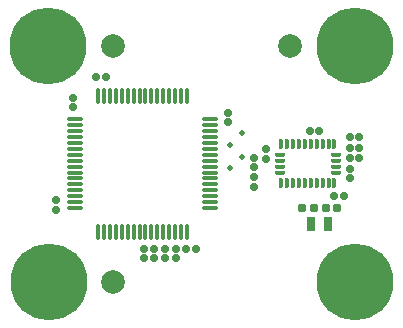
<source format=gbr>
%TF.GenerationSoftware,KiCad,Pcbnew,8.0.8+1*%
%TF.CreationDate,Date%
%TF.ProjectId,KiBot_Project_Test,4b69426f-745f-4507-926f-6a6563745f54,1.0.0*%
%TF.SameCoordinates,Original*%
%TF.FileFunction,Soldermask,Top*%
%TF.FilePolarity,Negative*%
%FSLAX46Y46*%
G04 Gerber Fmt 4.6, Leading zero omitted, Abs format (unit mm)*
G04 Created by KiCad*
%MOMM*%
%LPD*%
G01*
G04 APERTURE LIST*
G04 Aperture macros list*
%AMRoundRect*
0 Rectangle with rounded corners*
0 $1 Rounding radius*
0 $2 $3 $4 $5 $6 $7 $8 $9 X,Y pos of 4 corners*
0 Add a 4 corners polygon primitive as box body*
4,1,4,$2,$3,$4,$5,$6,$7,$8,$9,$2,$3,0*
0 Add four circle primitives for the rounded corners*
1,1,$1+$1,$2,$3*
1,1,$1+$1,$4,$5*
1,1,$1+$1,$6,$7*
1,1,$1+$1,$8,$9*
0 Add four rect primitives between the rounded corners*
20,1,$1+$1,$2,$3,$4,$5,0*
20,1,$1+$1,$4,$5,$6,$7,0*
20,1,$1+$1,$6,$7,$8,$9,0*
20,1,$1+$1,$8,$9,$2,$3,0*%
G04 Aperture macros list end*
%ADD10RoundRect,0.162500X-0.162500X-0.162500X0.162500X-0.162500X0.162500X0.162500X-0.162500X0.162500X0*%
%ADD11RoundRect,0.165000X0.165000X0.195000X-0.165000X0.195000X-0.165000X-0.195000X0.165000X-0.195000X0*%
%ADD12RoundRect,0.050000X0.127000X0.337500X-0.127000X0.337500X-0.127000X-0.337500X0.127000X-0.337500X0*%
%ADD13RoundRect,0.050000X-0.337500X0.127000X-0.337500X-0.127000X0.337500X-0.127000X0.337500X0.127000X0*%
%ADD14RoundRect,0.155000X-0.155000X0.155000X-0.155000X-0.155000X0.155000X-0.155000X0.155000X0.155000X0*%
%ADD15RoundRect,0.165000X-0.165000X-0.195000X0.165000X-0.195000X0.165000X0.195000X-0.165000X0.195000X0*%
%ADD16RoundRect,0.162500X0.162500X-0.162500X0.162500X0.162500X-0.162500X0.162500X-0.162500X-0.162500X0*%
%ADD17RoundRect,0.155000X0.155000X-0.155000X0.155000X0.155000X-0.155000X0.155000X-0.155000X-0.155000X0*%
%ADD18C,2.000000*%
%ADD19RoundRect,0.095000X-0.555000X-0.095000X0.555000X-0.095000X0.555000X0.095000X-0.555000X0.095000X0*%
%ADD20RoundRect,0.095000X-0.095000X-0.555000X0.095000X-0.555000X0.095000X0.555000X-0.095000X0.555000X0*%
%ADD21RoundRect,0.155000X0.155000X0.155000X-0.155000X0.155000X-0.155000X-0.155000X0.155000X-0.155000X0*%
%ADD22C,0.499800*%
%ADD23RoundRect,0.162500X-0.162500X0.162500X-0.162500X-0.162500X0.162500X-0.162500X0.162500X0.162500X0*%
%ADD24RoundRect,0.050000X0.300000X0.550000X-0.300000X0.550000X-0.300000X-0.550000X0.300000X-0.550000X0*%
%ADD25C,6.500000*%
%ADD26RoundRect,0.155000X-0.155000X-0.155000X0.155000X-0.155000X0.155000X0.155000X-0.155000X0.155000X0*%
%ADD27RoundRect,0.162500X0.162500X0.162500X-0.162500X0.162500X-0.162500X-0.162500X0.162500X-0.162500X0*%
G04 APERTURE END LIST*
D10*
%TO.C,R5*%
X161045000Y-86995000D03*
X161845000Y-86995000D03*
%TD*%
D11*
%TO.C,C12*%
X157980000Y-92995000D03*
X157020000Y-92995000D03*
%TD*%
D12*
%TO.C,U3*%
X159750000Y-90912500D03*
D13*
X159887500Y-90000001D03*
X159887500Y-89500000D03*
X159887500Y-89000000D03*
X159887500Y-88499999D03*
D12*
X159750000Y-87587500D03*
X159250000Y-87587500D03*
X158750000Y-87587499D03*
X158250000Y-87587500D03*
X157750000Y-87587500D03*
X157250000Y-87587500D03*
X156750000Y-87587500D03*
X156250000Y-87587499D03*
X155750000Y-87587500D03*
X155250000Y-87587500D03*
D13*
X155112500Y-88499999D03*
X155112500Y-89000000D03*
X155112500Y-89500000D03*
X155112500Y-90000001D03*
D12*
X155250000Y-90912500D03*
X155750000Y-90912500D03*
X156250000Y-90912501D03*
X156750000Y-90912500D03*
X157250000Y-90912500D03*
X157750000Y-90912500D03*
X158250000Y-90912500D03*
X158750000Y-90912501D03*
X159250000Y-90912500D03*
%TD*%
D14*
%TO.C,C4*%
X146300000Y-96450000D03*
X146300000Y-97250000D03*
%TD*%
D15*
%TO.C,C13*%
X159020000Y-92995000D03*
X159980000Y-92995000D03*
%TD*%
D10*
%TO.C,R4*%
X161045000Y-87895000D03*
X161845000Y-87895000D03*
%TD*%
D14*
%TO.C,C3*%
X150700000Y-84950000D03*
X150700000Y-85750000D03*
%TD*%
%TO.C,C5*%
X143600000Y-96450000D03*
X143600000Y-97250000D03*
%TD*%
D16*
%TO.C,R3*%
X154000000Y-88850000D03*
X154000000Y-88050000D03*
%TD*%
D17*
%TO.C,C7*%
X137600000Y-84450000D03*
X137600000Y-83650000D03*
%TD*%
%TO.C,C1*%
X136200000Y-93150000D03*
X136200000Y-92350000D03*
%TD*%
D14*
%TO.C,C19*%
X161045000Y-89695001D03*
X161045000Y-90495001D03*
%TD*%
D18*
%TO.C,FD3*%
X141000000Y-99250000D03*
%TD*%
D16*
%TO.C,R1*%
X152900000Y-89550000D03*
X152900000Y-88750000D03*
%TD*%
D19*
%TO.C,U1*%
X137750000Y-85500000D03*
X137750000Y-86000000D03*
X137750000Y-86500000D03*
X137750000Y-87000000D03*
X137750000Y-87500000D03*
X137750000Y-88000000D03*
X137750000Y-88500000D03*
X137750000Y-89000000D03*
X137750000Y-89500000D03*
X137750000Y-90000000D03*
X137750000Y-90500000D03*
X137750000Y-91000000D03*
X137750000Y-91500000D03*
X137750000Y-92000000D03*
X137750000Y-92500000D03*
X137750000Y-93000000D03*
D20*
X139750000Y-95000000D03*
X140250000Y-95000000D03*
X140750000Y-95000000D03*
X141250000Y-95000000D03*
X141750000Y-95000000D03*
X142250000Y-95000000D03*
X142750000Y-95000000D03*
X143250000Y-95000000D03*
X143750000Y-95000000D03*
X144250000Y-95000000D03*
X144750000Y-95000000D03*
X145250000Y-95000000D03*
X145750000Y-95000000D03*
X146250000Y-95000000D03*
X146750000Y-95000000D03*
X147250000Y-95000000D03*
D19*
X149250000Y-93000000D03*
X149250000Y-92500000D03*
X149250000Y-92000000D03*
X149250000Y-91500000D03*
X149250000Y-91000000D03*
X149250000Y-90500000D03*
X149250000Y-90000000D03*
X149250000Y-89500000D03*
X149250000Y-89000000D03*
X149250000Y-88500000D03*
X149250000Y-88000000D03*
X149250000Y-87500000D03*
X149250000Y-87000000D03*
X149250000Y-86500000D03*
X149250000Y-86000000D03*
X149250000Y-85500000D03*
D20*
X147250000Y-83500000D03*
X146750000Y-83500000D03*
X146250000Y-83500000D03*
X145750000Y-83500000D03*
X145250000Y-83500000D03*
X144750000Y-83500000D03*
X144250000Y-83500000D03*
X143750000Y-83500000D03*
X143250000Y-83500000D03*
X142750000Y-83500000D03*
X142250000Y-83500000D03*
X141750000Y-83500000D03*
X141250000Y-83500000D03*
X140750000Y-83500000D03*
X140250000Y-83500000D03*
X139750000Y-83500000D03*
%TD*%
D21*
%TO.C,C2*%
X148000000Y-96450000D03*
X147200000Y-96450000D03*
%TD*%
D22*
%TO.C,TP3*%
X150900000Y-89650000D03*
%TD*%
D23*
%TO.C,R2*%
X152900000Y-90400000D03*
X152900000Y-91200000D03*
%TD*%
D24*
%TO.C,Y1*%
X159200000Y-94400000D03*
X157800000Y-94400000D03*
%TD*%
D14*
%TO.C,C8*%
X145400000Y-96450000D03*
X145400000Y-97250000D03*
%TD*%
D18*
%TO.C,FD2*%
X156000000Y-79250000D03*
%TD*%
D25*
%TO.C,H3*%
X161500000Y-79250000D03*
%TD*%
D18*
%TO.C,FD1*%
X141000000Y-79250000D03*
%TD*%
D25*
%TO.C,H4*%
X135500000Y-79250000D03*
%TD*%
D22*
%TO.C,TP1*%
X150900000Y-87650000D03*
%TD*%
%TO.C,TP4*%
X151900000Y-88650000D03*
%TD*%
D14*
%TO.C,C9*%
X144500000Y-96450000D03*
X144500000Y-97250000D03*
%TD*%
D26*
%TO.C,C6*%
X139600000Y-81950000D03*
X140400000Y-81950000D03*
%TD*%
D27*
%TO.C,R6*%
X161845000Y-88795000D03*
X161045000Y-88795000D03*
%TD*%
D25*
%TO.C,H2*%
X161500000Y-99250000D03*
%TD*%
D26*
%TO.C,C10*%
X159744999Y-91995000D03*
X160544999Y-91995000D03*
%TD*%
D25*
%TO.C,H1*%
X135600000Y-99250000D03*
%TD*%
D21*
%TO.C,C11*%
X158445001Y-86495000D03*
X157645001Y-86495000D03*
%TD*%
D22*
%TO.C,TP2*%
X151900000Y-86650000D03*
%TD*%
M02*

</source>
